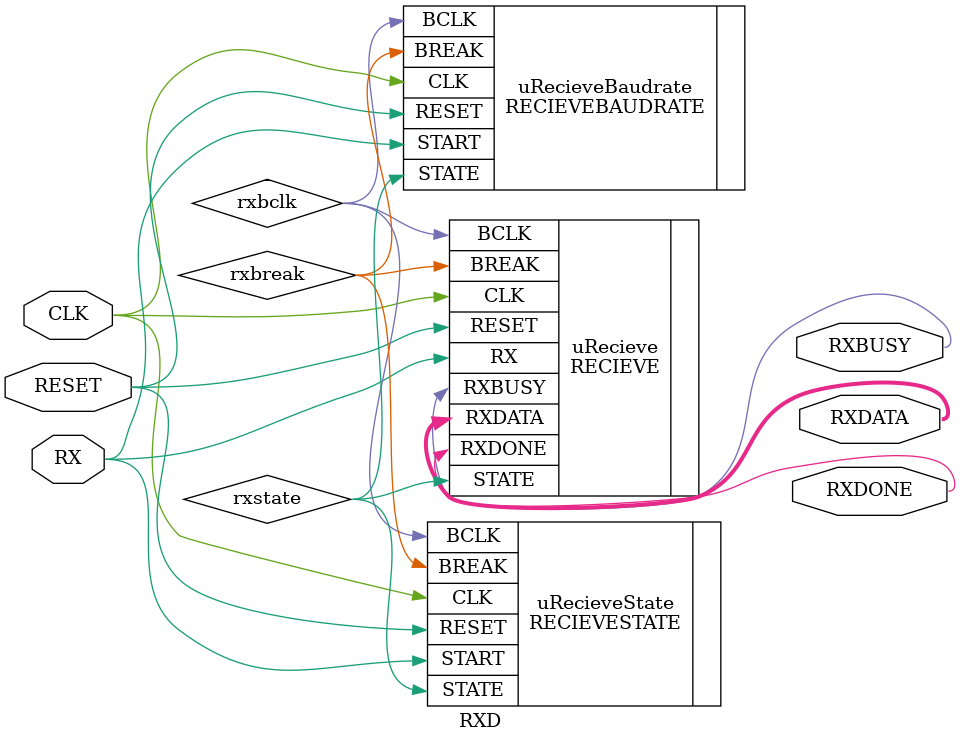
<source format=v>
`include "recieve.v"
`include "recievestate.v"
`include "recievebaudrate.v"

module RXD (

    input  wire       CLK       ,
    input  wire       RESET     ,
    input  wire       RX        ,
    output wire [7:0] RXDATA    ,
    output wire       RXBUSY    ,
    output wire       RXDONE

);

parameter 
    SCYCLE    = 50_000_000,
    BAUDRATE  = 9600;

wire rxstate;
wire rxbclk, rxbreak;
RECIEVESTATE uRecieveState (
    .CLK    (CLK     ),
    .RESET  (RESET   ),
    .START  (RX      ),
    .BCLK   (rxbclk  ),
    .BREAK  (rxbreak ),
    .STATE  (rxstate )
);
RECIEVEBAUDRATE #(
    .SCYCLE     (SCYCLE   ),
    .BAUDRATE   (BAUDRATE )
) uRecieveBaudrate (
    .CLK        (CLK     ),
    .RESET      (RESET   ),
    .START      (RX      ),
    .STATE      (rxstate ),
    .BCLK       (rxbclk  ),
    .BREAK      (rxbreak )
);
RECIEVE uRecieve (
    .CLK    (CLK     ), 
    .RESET  (RESET   ),   
    .STATE  (rxstate ),
    .BCLK   (rxbclk  ), 
    .BREAK  (rxbreak ),  
    .RXDATA (RXDATA  ),  
    .RXBUSY (RXBUSY  ),  
    .RXDONE (RXDONE  ),  
    .RX     (RX      )  
);

endmodule
</source>
